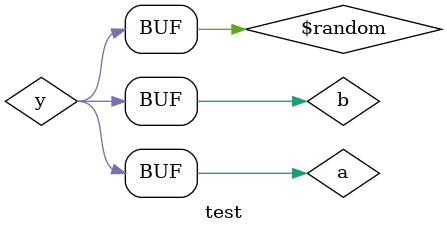
<source format=v>
/*
1.in a wor declaration,the value of the output is determined by logical or of the inputs
2.this means two or more values are driven to the wor variable,the final value will be logical OR of all the driven values.
3.in below example,two variables a and b drive the variable y,the value of the variable y is determined by logical OR of a and b
*/

//Example
module test;
  reg a,b;
  wor y;
  assign y=a;
  assign y=b;
  initial
    begin
      repeat(20)
        begin
          a=$random;
          b=$random;
          #(5+{$random}%6);
        end
    end
  initial
    begin
      $dumpfile("dump.vcd");
      $dumpvars;
    end
endmodule

</source>
